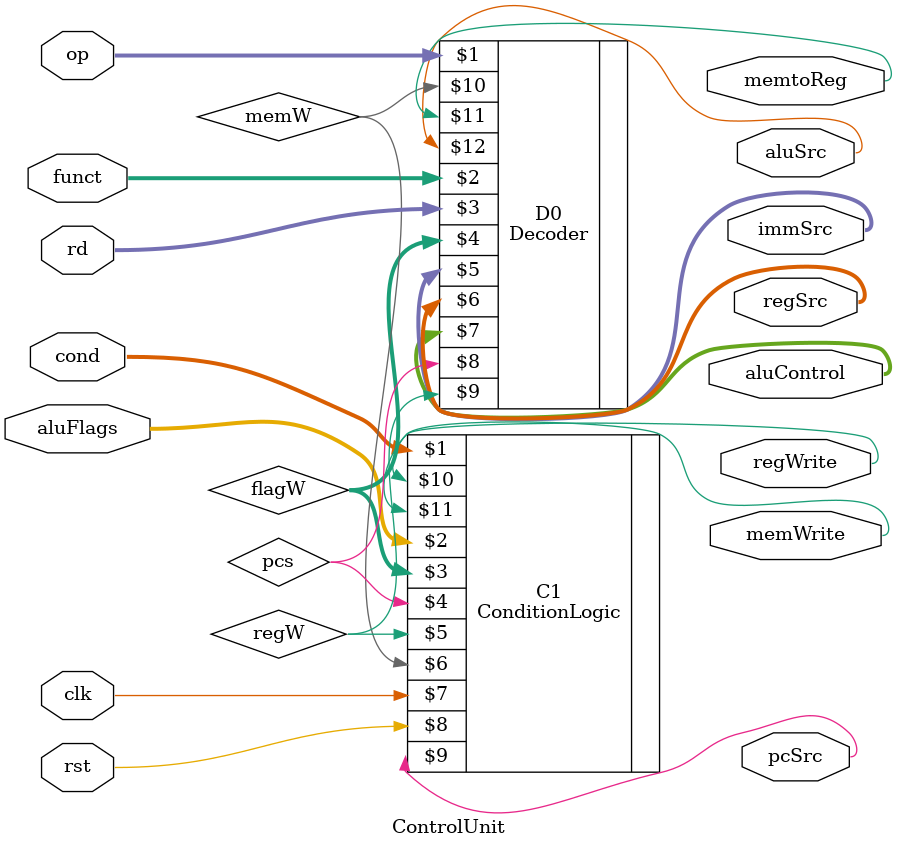
<source format=sv>

module ControlUnit(input logic clk, rst, input logic [3:0] cond, aluFlags, rd,
						input logic [1:0] op, input logic [5:0] funct, 
						output logic pcSrc, regWrite, memWrite, memtoReg,
						aluSrc, output logic [1:0] immSrc, regSrc, aluControl);
	
	logic [1:0] flagW;
	logic pcs, regW, memW;
	
	Decoder D0(op, funct, rd, 
					flagW, immSrc, regSrc, aluControl, pcs, regW, memW, memtoReg,
					aluSrc);
	ConditionLogic C1(cond, aluFlags, flagW, 
						pcs, regW, memW, clk, rst, pcSrc, regWrite, memWrite);


endmodule
</source>
